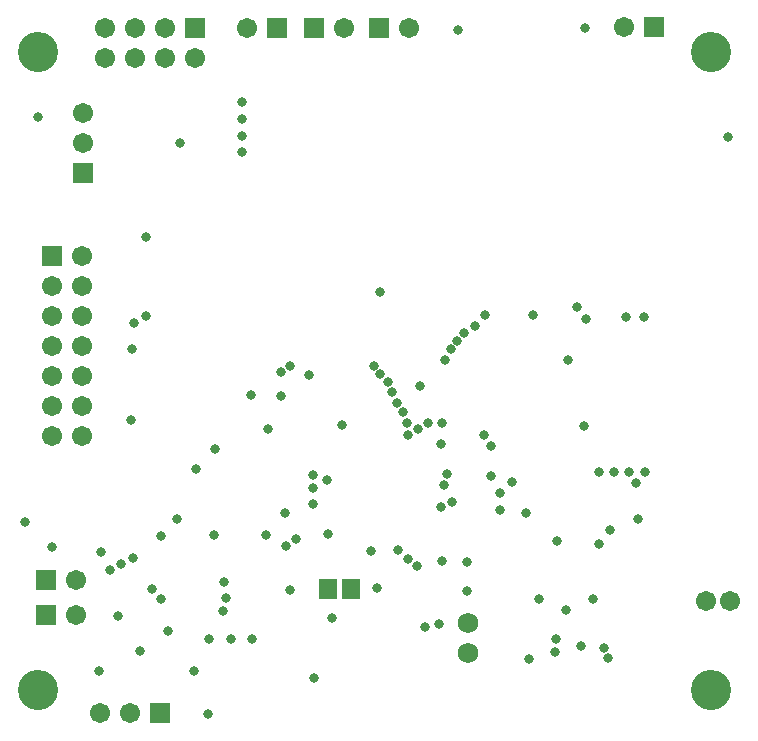
<source format=gbs>
%FSTAX23Y23*%
%MOIN*%
%SFA1B1*%

%IPPOS*%
%ADD47C,0.067060*%
%ADD48R,0.067060X0.067060*%
%ADD49C,0.068000*%
%ADD50R,0.067060X0.067060*%
%ADD51C,0.031620*%
%ADD52C,0.133980*%
%ADD89R,0.063120X0.067060*%
%LNmoveh_messkette_einseitig_v2-1*%
%LPD*%
G54D47*
X00304Y00543D03*
Y00425D03*
X02131Y02385D03*
X02404Y00471D03*
X02483D03*
X01196Y02381D03*
X007Y02283D03*
X006Y02383D03*
Y02283D03*
X005Y02383D03*
Y02283D03*
X004Y02383D03*
Y02283D03*
X00874Y02383D03*
X01414Y02381D03*
X00483Y00098D03*
X00383D03*
X00323Y01023D03*
X00223D03*
X00323Y01123D03*
X00223D03*
X00323Y01223D03*
X00223D03*
X00323Y01323D03*
X00223D03*
X00323Y01423D03*
X00223D03*
X00323Y01523D03*
X00223D03*
X00323Y01623D03*
X00326Y02D03*
Y021D03*
G54D48*
X00204Y00543D03*
Y00425D03*
X02231Y02385D03*
X01096Y02381D03*
X007Y02383D03*
X00974D03*
X01314Y02381D03*
X00583Y00098D03*
G54D49*
X0161Y004D03*
Y003D03*
G54D50*
X00223Y01623D03*
X00326Y019D03*
G54D51*
X00767Y00978D03*
X00702Y00913D03*
X01093Y00797D03*
X01306Y00517D03*
X00609Y00371D03*
X00641Y00744D03*
X0145Y01189D03*
X01999Y02381D03*
X02476Y02019D03*
X01577Y02375D03*
X00176Y02085D03*
X01522Y00606D03*
X00744Y00096D03*
X00133Y00736D03*
X00999Y00764D03*
X00943Y01046D03*
X02176Y00745D03*
X00587Y0069D03*
X00938Y00691D03*
X00764D03*
X00222Y00651D03*
X01079Y01225D03*
X01357Y01168D03*
X01342Y01201D03*
X00985Y01157D03*
X00886Y01158D03*
X00985Y01235D03*
X00385Y00637D03*
X00442Y00423D03*
X00515Y00305D03*
X00588Y0048D03*
X00793Y00438D03*
X00803Y00481D03*
X01902Y00346D03*
X01988Y00322D03*
X01901Y00302D03*
X02025Y0048D03*
X01812Y0028D03*
X01846Y00478D03*
X02062Y00317D03*
X02078Y00282D03*
X01938Y00442D03*
X01015Y0051D03*
X02195Y0142D03*
X02146Y00901D03*
X02169Y00866D03*
X02082Y0071D03*
X00798Y00535D03*
X01143Y00696D03*
X01466Y00385D03*
X01521Y00786D03*
X02199Y00901D03*
X01715Y00777D03*
X01757Y0087D03*
X01539Y00897D03*
X01411Y01024D03*
X00496Y01399D03*
X00535Y01421D03*
X00491Y01313D03*
X01552D03*
X01532Y01277D03*
X01662Y01026D03*
X01665Y01425D03*
X01093Y00893D03*
X01092Y00849D03*
X01407Y01066D03*
X01476Y01066D03*
X01606Y00603D03*
X02137Y0142D03*
X02003Y01413D03*
X01826Y01425D03*
X01035Y00678D03*
X01003Y00654D03*
X01555Y00803D03*
X01523Y01066D03*
X01444Y01047D03*
X01392Y01102D03*
X01374Y01133D03*
X01318Y01228D03*
X00649Y02D03*
X00535Y01685D03*
X00488Y01076D03*
X01318Y01503D03*
X01018Y01255D03*
X01298D03*
X00858Y01968D03*
Y02023D03*
Y02078D03*
Y02134D03*
X01519Y00996D03*
X01189Y01058D03*
X01633Y0139D03*
X01597Y01367D03*
X01972Y01452D03*
X01574Y0134D03*
X01685Y00988D03*
X00555Y00511D03*
X01441Y0059D03*
X01409Y00613D03*
X01377Y00641D03*
X00452Y00595D03*
X00492Y00614D03*
X00417Y00574D03*
X01287Y0064D03*
X01715Y00831D03*
X01942Y01275D03*
X01685Y00889D03*
X01802Y00765D03*
X01531Y00858D03*
X01141Y00874D03*
X02046Y00901D03*
X01996Y01055D03*
X02096Y00901D03*
X01905Y00671D03*
X02046Y00663D03*
X00698Y0024D03*
X00381D03*
X01096Y00216D03*
X01158Y00416D03*
X01512Y00396D03*
X00748Y00345D03*
X0089D03*
X00819D03*
X01607Y00507D03*
G54D52*
X00177Y00177D03*
Y02303D03*
X02421D03*
Y00177D03*
G54D89*
X01221Y00512D03*
X01142D03*
M02*
</source>
